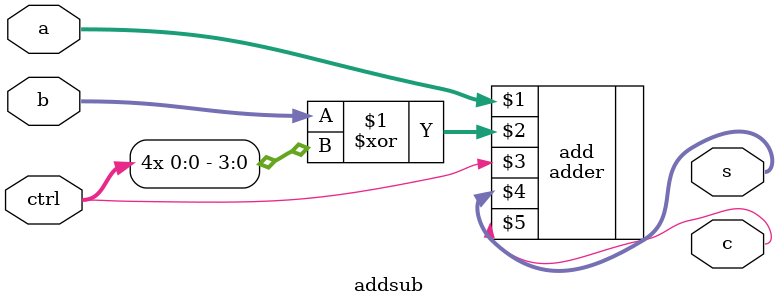
<source format=v>
module addsub #(parameter N=4) (a,b,ctrl,s,c); //ctrl 0=add 1=sub
input [N-1:0] a,b;
input ctrl;
output[N-1:0] s;
output  c;

adder #(N) add(a,b^{N{ctrl}},ctrl,s,c);
endmodule 

</source>
